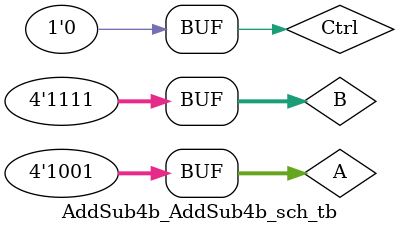
<source format=v>

`timescale 1ns / 1ps

module AddSub4b_AddSub4b_sch_tb();

// Inputs
   reg [3:0] A;
   reg [3:0] B;
   reg Ctrl;

// Output
   wire [3:0] S;
   wire Cout;

// Bidirs

// Instantiate the UUT
   AddSub4b UUT (
		.A(A), 
		.B(B), 
		.Ctrl(Ctrl), 
		.S(S), 
		.Cout(Cout)
   );
// Initialize Inputs
       initial begin
			A=4'b1101;B=4'b0011;Ctrl=1;#50;
			A=4'b1101;B=4'b0011;Ctrl=0;#50;
			A=4'b1001;B=4'b1111;Ctrl=1;#50;
			A=4'b1001;B=4'b1111;Ctrl=0;#50;
		 end
endmodule

</source>
